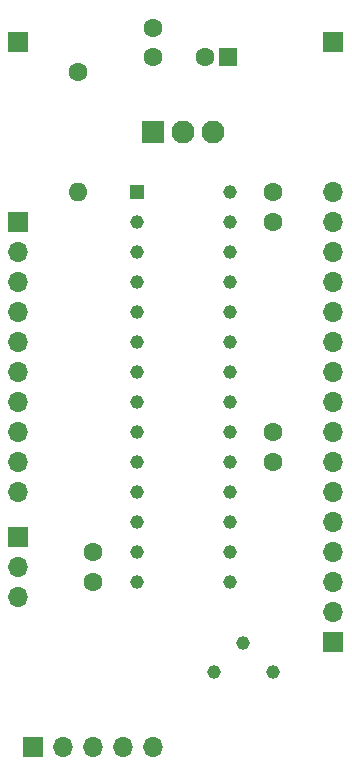
<source format=gbr>
%TF.GenerationSoftware,KiCad,Pcbnew,(5.1.9)-1*%
%TF.CreationDate,2021-01-02T17:40:18-05:00*%
%TF.ProjectId,dsPIC33-schematic,64735049-4333-4332-9d73-6368656d6174,rev?*%
%TF.SameCoordinates,Original*%
%TF.FileFunction,Soldermask,Top*%
%TF.FilePolarity,Negative*%
%FSLAX46Y46*%
G04 Gerber Fmt 4.6, Leading zero omitted, Abs format (unit mm)*
G04 Created by KiCad (PCBNEW (5.1.9)-1) date 2021-01-02 17:40:18*
%MOMM*%
%LPD*%
G01*
G04 APERTURE LIST*
%ADD10R,1.159000X1.159000*%
%ADD11C,1.159000*%
%ADD12R,1.700000X1.700000*%
%ADD13C,1.600000*%
%ADD14R,1.600000X1.600000*%
%ADD15R,1.935000X1.935000*%
%ADD16C,1.935000*%
%ADD17O,1.700000X1.700000*%
%ADD18O,1.600000X1.600000*%
%ADD19C,1.150000*%
G04 APERTURE END LIST*
D10*
%TO.C,IC1*%
X139541000Y-82550000D03*
D11*
X139541000Y-85090000D03*
X139541000Y-87630000D03*
X139541000Y-90170000D03*
X139541000Y-92710000D03*
X139541000Y-95250000D03*
X139541000Y-97790000D03*
X139541000Y-100330000D03*
X139541000Y-102870000D03*
X139541000Y-105410000D03*
X139541000Y-107950000D03*
X139541000Y-110490000D03*
X139541000Y-113030000D03*
X139541000Y-115570000D03*
X147479000Y-115570000D03*
X147479000Y-113030000D03*
X147479000Y-110490000D03*
X147479000Y-107950000D03*
X147479000Y-105410000D03*
X147479000Y-102870000D03*
X147479000Y-100330000D03*
X147479000Y-97790000D03*
X147479000Y-95250000D03*
X147479000Y-92710000D03*
X147479000Y-90170000D03*
X147479000Y-87630000D03*
X147479000Y-85090000D03*
X147479000Y-82550000D03*
%TD*%
D12*
%TO.C,J6*%
X156210000Y-69850000D03*
%TD*%
%TO.C,J5*%
X129540000Y-69850000D03*
%TD*%
D13*
%TO.C,C1*%
X140970000Y-71120000D03*
X140970000Y-68620000D03*
%TD*%
D14*
%TO.C,C2*%
X147320000Y-71120000D03*
D13*
X145320000Y-71120000D03*
%TD*%
%TO.C,C3*%
X151130000Y-85050000D03*
X151130000Y-82550000D03*
%TD*%
%TO.C,C4*%
X135890000Y-115530000D03*
X135890000Y-113030000D03*
%TD*%
%TO.C,C5*%
X151130000Y-102870000D03*
X151130000Y-105370000D03*
%TD*%
D15*
%TO.C,IC2*%
X140970000Y-77470000D03*
D16*
X143510000Y-77470000D03*
X146050000Y-77470000D03*
%TD*%
D12*
%TO.C,J1*%
X130810000Y-129540000D03*
D17*
X133350000Y-129540000D03*
X135890000Y-129540000D03*
X138430000Y-129540000D03*
X140970000Y-129540000D03*
%TD*%
D12*
%TO.C,J2*%
X156210000Y-120650000D03*
D17*
X156210000Y-118110000D03*
X156210000Y-115570000D03*
X156210000Y-113030000D03*
X156210000Y-110490000D03*
X156210000Y-107950000D03*
X156210000Y-105410000D03*
X156210000Y-102870000D03*
X156210000Y-100330000D03*
X156210000Y-97790000D03*
X156210000Y-95250000D03*
X156210000Y-92710000D03*
X156210000Y-90170000D03*
X156210000Y-87630000D03*
X156210000Y-85090000D03*
X156210000Y-82550000D03*
%TD*%
D12*
%TO.C,J3*%
X129540000Y-85090000D03*
D17*
X129540000Y-87630000D03*
X129540000Y-90170000D03*
X129540000Y-92710000D03*
X129540000Y-95250000D03*
X129540000Y-97790000D03*
X129540000Y-100330000D03*
X129540000Y-102870000D03*
X129540000Y-105410000D03*
X129540000Y-107950000D03*
%TD*%
D12*
%TO.C,J4*%
X129540000Y-111760000D03*
D17*
X129540000Y-114300000D03*
X129540000Y-116840000D03*
%TD*%
D13*
%TO.C,R1*%
X134620000Y-72390000D03*
D18*
X134620000Y-82550000D03*
%TD*%
D19*
%TO.C,R2*%
X146090000Y-123190000D03*
X148590000Y-120690000D03*
X151090000Y-123190000D03*
%TD*%
M02*

</source>
